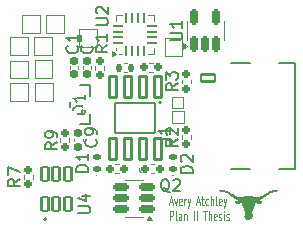
<source format=gto>
%TF.GenerationSoftware,KiCad,Pcbnew,8.0.3*%
%TF.CreationDate,2025-02-27T13:02:28-06:00*%
%TF.ProjectId,HearingAid_Left,48656172-696e-4674-9169-645f4c656674,rev?*%
%TF.SameCoordinates,Original*%
%TF.FileFunction,Legend,Top*%
%TF.FilePolarity,Positive*%
%FSLAX46Y46*%
G04 Gerber Fmt 4.6, Leading zero omitted, Abs format (unit mm)*
G04 Created by KiCad (PCBNEW 8.0.3) date 2025-02-27 13:02:28*
%MOMM*%
%LPD*%
G01*
G04 APERTURE LIST*
G04 Aperture macros list*
%AMRoundRect*
0 Rectangle with rounded corners*
0 $1 Rounding radius*
0 $2 $3 $4 $5 $6 $7 $8 $9 X,Y pos of 4 corners*
0 Add a 4 corners polygon primitive as box body*
4,1,4,$2,$3,$4,$5,$6,$7,$8,$9,$2,$3,0*
0 Add four circle primitives for the rounded corners*
1,1,$1+$1,$2,$3*
1,1,$1+$1,$4,$5*
1,1,$1+$1,$6,$7*
1,1,$1+$1,$8,$9*
0 Add four rect primitives between the rounded corners*
20,1,$1+$1,$2,$3,$4,$5,0*
20,1,$1+$1,$4,$5,$6,$7,0*
20,1,$1+$1,$6,$7,$8,$9,0*
20,1,$1+$1,$8,$9,$2,$3,0*%
G04 Aperture macros list end*
%ADD10C,0.080000*%
%ADD11C,0.150000*%
%ADD12C,0.100000*%
%ADD13C,0.120000*%
%ADD14C,0.200000*%
%ADD15C,0.000000*%
%ADD16C,0.127000*%
%ADD17C,0.152400*%
%ADD18R,1.000000X1.000000*%
%ADD19RoundRect,0.155000X-0.155000X0.212500X-0.155000X-0.212500X0.155000X-0.212500X0.155000X0.212500X0*%
%ADD20RoundRect,0.160000X-0.160000X0.197500X-0.160000X-0.197500X0.160000X-0.197500X0.160000X0.197500X0*%
%ADD21RoundRect,0.160000X0.197500X0.160000X-0.197500X0.160000X-0.197500X-0.160000X0.197500X-0.160000X0*%
%ADD22RoundRect,0.150000X0.512500X0.150000X-0.512500X0.150000X-0.512500X-0.150000X0.512500X-0.150000X0*%
%ADD23RoundRect,0.102000X0.295000X-0.605000X0.295000X0.605000X-0.295000X0.605000X-0.295000X-0.605000X0*%
%ADD24R,0.750000X0.750000*%
%ADD25RoundRect,0.102000X0.300000X0.900000X-0.300000X0.900000X-0.300000X-0.900000X0.300000X-0.900000X0*%
%ADD26RoundRect,0.102000X1.700000X1.250000X-1.700000X1.250000X-1.700000X-1.250000X1.700000X-1.250000X0*%
%ADD27RoundRect,0.160000X-0.197500X-0.160000X0.197500X-0.160000X0.197500X0.160000X-0.197500X0.160000X0*%
%ADD28RoundRect,0.062500X0.062500X-0.350000X0.062500X0.350000X-0.062500X0.350000X-0.062500X-0.350000X0*%
%ADD29RoundRect,0.062500X0.350000X-0.062500X0.350000X0.062500X-0.350000X0.062500X-0.350000X-0.062500X0*%
%ADD30R,1.230000X1.230000*%
%ADD31RoundRect,0.150000X0.150000X-0.512500X0.150000X0.512500X-0.150000X0.512500X-0.150000X-0.512500X0*%
%ADD32RoundRect,0.160000X0.160000X-0.197500X0.160000X0.197500X-0.160000X0.197500X-0.160000X-0.197500X0*%
%ADD33R,1.140000X0.600000*%
%ADD34R,1.140000X0.300000*%
%ADD35RoundRect,0.102000X0.570000X-0.300000X0.570000X0.300000X-0.570000X0.300000X-0.570000X-0.300000X0*%
%ADD36O,2.100000X1.050000*%
%ADD37O,2.004000X1.104000*%
%ADD38RoundRect,0.155000X0.155000X-0.212500X0.155000X0.212500X-0.155000X0.212500X-0.155000X-0.212500X0*%
%ADD39RoundRect,0.147500X0.172500X-0.147500X0.172500X0.147500X-0.172500X0.147500X-0.172500X-0.147500X0*%
%ADD40RoundRect,0.135000X0.135000X0.185000X-0.135000X0.185000X-0.135000X-0.185000X0.135000X-0.185000X0*%
%ADD41R,1.600200X0.863600*%
G04 APERTURE END LIST*
D10*
X104567869Y-43281408D02*
X104805964Y-43281408D01*
X104520250Y-43509980D02*
X104686916Y-42709980D01*
X104686916Y-42709980D02*
X104853583Y-43509980D01*
X104972630Y-42976646D02*
X105091678Y-43509980D01*
X105091678Y-43509980D02*
X105210725Y-42976646D01*
X105591677Y-43471885D02*
X105544058Y-43509980D01*
X105544058Y-43509980D02*
X105448820Y-43509980D01*
X105448820Y-43509980D02*
X105401201Y-43471885D01*
X105401201Y-43471885D02*
X105377392Y-43395694D01*
X105377392Y-43395694D02*
X105377392Y-43090932D01*
X105377392Y-43090932D02*
X105401201Y-43014742D01*
X105401201Y-43014742D02*
X105448820Y-42976646D01*
X105448820Y-42976646D02*
X105544058Y-42976646D01*
X105544058Y-42976646D02*
X105591677Y-43014742D01*
X105591677Y-43014742D02*
X105615487Y-43090932D01*
X105615487Y-43090932D02*
X105615487Y-43167123D01*
X105615487Y-43167123D02*
X105377392Y-43243313D01*
X105829772Y-43509980D02*
X105829772Y-42976646D01*
X105829772Y-43129027D02*
X105853582Y-43052837D01*
X105853582Y-43052837D02*
X105877391Y-43014742D01*
X105877391Y-43014742D02*
X105925010Y-42976646D01*
X105925010Y-42976646D02*
X105972629Y-42976646D01*
X106091677Y-42976646D02*
X106210725Y-43509980D01*
X106329772Y-42976646D02*
X106210725Y-43509980D01*
X106210725Y-43509980D02*
X106163106Y-43700456D01*
X106163106Y-43700456D02*
X106139296Y-43738551D01*
X106139296Y-43738551D02*
X106091677Y-43776646D01*
X106877391Y-43281408D02*
X107115486Y-43281408D01*
X106829772Y-43509980D02*
X106996438Y-42709980D01*
X106996438Y-42709980D02*
X107163105Y-43509980D01*
X107258343Y-42976646D02*
X107448819Y-42976646D01*
X107329771Y-42709980D02*
X107329771Y-43395694D01*
X107329771Y-43395694D02*
X107353581Y-43471885D01*
X107353581Y-43471885D02*
X107401200Y-43509980D01*
X107401200Y-43509980D02*
X107448819Y-43509980D01*
X107829771Y-43471885D02*
X107782152Y-43509980D01*
X107782152Y-43509980D02*
X107686914Y-43509980D01*
X107686914Y-43509980D02*
X107639295Y-43471885D01*
X107639295Y-43471885D02*
X107615485Y-43433789D01*
X107615485Y-43433789D02*
X107591676Y-43357599D01*
X107591676Y-43357599D02*
X107591676Y-43129027D01*
X107591676Y-43129027D02*
X107615485Y-43052837D01*
X107615485Y-43052837D02*
X107639295Y-43014742D01*
X107639295Y-43014742D02*
X107686914Y-42976646D01*
X107686914Y-42976646D02*
X107782152Y-42976646D01*
X107782152Y-42976646D02*
X107829771Y-43014742D01*
X108044056Y-43509980D02*
X108044056Y-42709980D01*
X108258342Y-43509980D02*
X108258342Y-43090932D01*
X108258342Y-43090932D02*
X108234532Y-43014742D01*
X108234532Y-43014742D02*
X108186913Y-42976646D01*
X108186913Y-42976646D02*
X108115485Y-42976646D01*
X108115485Y-42976646D02*
X108067866Y-43014742D01*
X108067866Y-43014742D02*
X108044056Y-43052837D01*
X108567866Y-43509980D02*
X108520247Y-43471885D01*
X108520247Y-43471885D02*
X108496437Y-43395694D01*
X108496437Y-43395694D02*
X108496437Y-42709980D01*
X108948818Y-43471885D02*
X108901199Y-43509980D01*
X108901199Y-43509980D02*
X108805961Y-43509980D01*
X108805961Y-43509980D02*
X108758342Y-43471885D01*
X108758342Y-43471885D02*
X108734533Y-43395694D01*
X108734533Y-43395694D02*
X108734533Y-43090932D01*
X108734533Y-43090932D02*
X108758342Y-43014742D01*
X108758342Y-43014742D02*
X108805961Y-42976646D01*
X108805961Y-42976646D02*
X108901199Y-42976646D01*
X108901199Y-42976646D02*
X108948818Y-43014742D01*
X108948818Y-43014742D02*
X108972628Y-43090932D01*
X108972628Y-43090932D02*
X108972628Y-43167123D01*
X108972628Y-43167123D02*
X108734533Y-43243313D01*
X109139294Y-42976646D02*
X109258342Y-43509980D01*
X109377389Y-42976646D02*
X109258342Y-43509980D01*
X109258342Y-43509980D02*
X109210723Y-43700456D01*
X109210723Y-43700456D02*
X109186913Y-43738551D01*
X109186913Y-43738551D02*
X109139294Y-43776646D01*
X104591678Y-44797935D02*
X104591678Y-43997935D01*
X104591678Y-43997935D02*
X104782154Y-43997935D01*
X104782154Y-43997935D02*
X104829773Y-44036030D01*
X104829773Y-44036030D02*
X104853583Y-44074125D01*
X104853583Y-44074125D02*
X104877392Y-44150316D01*
X104877392Y-44150316D02*
X104877392Y-44264601D01*
X104877392Y-44264601D02*
X104853583Y-44340792D01*
X104853583Y-44340792D02*
X104829773Y-44378887D01*
X104829773Y-44378887D02*
X104782154Y-44416982D01*
X104782154Y-44416982D02*
X104591678Y-44416982D01*
X105163107Y-44797935D02*
X105115488Y-44759840D01*
X105115488Y-44759840D02*
X105091678Y-44683649D01*
X105091678Y-44683649D02*
X105091678Y-43997935D01*
X105567869Y-44797935D02*
X105567869Y-44378887D01*
X105567869Y-44378887D02*
X105544059Y-44302697D01*
X105544059Y-44302697D02*
X105496440Y-44264601D01*
X105496440Y-44264601D02*
X105401202Y-44264601D01*
X105401202Y-44264601D02*
X105353583Y-44302697D01*
X105567869Y-44759840D02*
X105520250Y-44797935D01*
X105520250Y-44797935D02*
X105401202Y-44797935D01*
X105401202Y-44797935D02*
X105353583Y-44759840D01*
X105353583Y-44759840D02*
X105329774Y-44683649D01*
X105329774Y-44683649D02*
X105329774Y-44607459D01*
X105329774Y-44607459D02*
X105353583Y-44531268D01*
X105353583Y-44531268D02*
X105401202Y-44493173D01*
X105401202Y-44493173D02*
X105520250Y-44493173D01*
X105520250Y-44493173D02*
X105567869Y-44455078D01*
X105805964Y-44264601D02*
X105805964Y-44797935D01*
X105805964Y-44340792D02*
X105829774Y-44302697D01*
X105829774Y-44302697D02*
X105877393Y-44264601D01*
X105877393Y-44264601D02*
X105948821Y-44264601D01*
X105948821Y-44264601D02*
X105996440Y-44302697D01*
X105996440Y-44302697D02*
X106020250Y-44378887D01*
X106020250Y-44378887D02*
X106020250Y-44797935D01*
X106639297Y-44797935D02*
X106639297Y-43997935D01*
X106877392Y-44797935D02*
X106877392Y-43997935D01*
X107425011Y-43997935D02*
X107710725Y-43997935D01*
X107567868Y-44797935D02*
X107567868Y-43997935D01*
X107877391Y-44797935D02*
X107877391Y-43997935D01*
X108091677Y-44797935D02*
X108091677Y-44378887D01*
X108091677Y-44378887D02*
X108067867Y-44302697D01*
X108067867Y-44302697D02*
X108020248Y-44264601D01*
X108020248Y-44264601D02*
X107948820Y-44264601D01*
X107948820Y-44264601D02*
X107901201Y-44302697D01*
X107901201Y-44302697D02*
X107877391Y-44340792D01*
X108520248Y-44759840D02*
X108472629Y-44797935D01*
X108472629Y-44797935D02*
X108377391Y-44797935D01*
X108377391Y-44797935D02*
X108329772Y-44759840D01*
X108329772Y-44759840D02*
X108305963Y-44683649D01*
X108305963Y-44683649D02*
X108305963Y-44378887D01*
X108305963Y-44378887D02*
X108329772Y-44302697D01*
X108329772Y-44302697D02*
X108377391Y-44264601D01*
X108377391Y-44264601D02*
X108472629Y-44264601D01*
X108472629Y-44264601D02*
X108520248Y-44302697D01*
X108520248Y-44302697D02*
X108544058Y-44378887D01*
X108544058Y-44378887D02*
X108544058Y-44455078D01*
X108544058Y-44455078D02*
X108305963Y-44531268D01*
X108734534Y-44759840D02*
X108782153Y-44797935D01*
X108782153Y-44797935D02*
X108877391Y-44797935D01*
X108877391Y-44797935D02*
X108925010Y-44759840D01*
X108925010Y-44759840D02*
X108948819Y-44683649D01*
X108948819Y-44683649D02*
X108948819Y-44645554D01*
X108948819Y-44645554D02*
X108925010Y-44569363D01*
X108925010Y-44569363D02*
X108877391Y-44531268D01*
X108877391Y-44531268D02*
X108805962Y-44531268D01*
X108805962Y-44531268D02*
X108758343Y-44493173D01*
X108758343Y-44493173D02*
X108734534Y-44416982D01*
X108734534Y-44416982D02*
X108734534Y-44378887D01*
X108734534Y-44378887D02*
X108758343Y-44302697D01*
X108758343Y-44302697D02*
X108805962Y-44264601D01*
X108805962Y-44264601D02*
X108877391Y-44264601D01*
X108877391Y-44264601D02*
X108925010Y-44302697D01*
X109163105Y-44797935D02*
X109163105Y-44264601D01*
X109163105Y-43997935D02*
X109139296Y-44036030D01*
X109139296Y-44036030D02*
X109163105Y-44074125D01*
X109163105Y-44074125D02*
X109186915Y-44036030D01*
X109186915Y-44036030D02*
X109163105Y-43997935D01*
X109163105Y-43997935D02*
X109163105Y-44074125D01*
X109377391Y-44759840D02*
X109425010Y-44797935D01*
X109425010Y-44797935D02*
X109520248Y-44797935D01*
X109520248Y-44797935D02*
X109567867Y-44759840D01*
X109567867Y-44759840D02*
X109591676Y-44683649D01*
X109591676Y-44683649D02*
X109591676Y-44645554D01*
X109591676Y-44645554D02*
X109567867Y-44569363D01*
X109567867Y-44569363D02*
X109520248Y-44531268D01*
X109520248Y-44531268D02*
X109448819Y-44531268D01*
X109448819Y-44531268D02*
X109401200Y-44493173D01*
X109401200Y-44493173D02*
X109377391Y-44416982D01*
X109377391Y-44416982D02*
X109377391Y-44378887D01*
X109377391Y-44378887D02*
X109401200Y-44302697D01*
X109401200Y-44302697D02*
X109448819Y-44264601D01*
X109448819Y-44264601D02*
X109520248Y-44264601D01*
X109520248Y-44264601D02*
X109567867Y-44302697D01*
D11*
X98329580Y-37954166D02*
X98377200Y-38001785D01*
X98377200Y-38001785D02*
X98424819Y-38144642D01*
X98424819Y-38144642D02*
X98424819Y-38239880D01*
X98424819Y-38239880D02*
X98377200Y-38382737D01*
X98377200Y-38382737D02*
X98281961Y-38477975D01*
X98281961Y-38477975D02*
X98186723Y-38525594D01*
X98186723Y-38525594D02*
X97996247Y-38573213D01*
X97996247Y-38573213D02*
X97853390Y-38573213D01*
X97853390Y-38573213D02*
X97662914Y-38525594D01*
X97662914Y-38525594D02*
X97567676Y-38477975D01*
X97567676Y-38477975D02*
X97472438Y-38382737D01*
X97472438Y-38382737D02*
X97424819Y-38239880D01*
X97424819Y-38239880D02*
X97424819Y-38144642D01*
X97424819Y-38144642D02*
X97472438Y-38001785D01*
X97472438Y-38001785D02*
X97520057Y-37954166D01*
X98424819Y-37477975D02*
X98424819Y-37287499D01*
X98424819Y-37287499D02*
X98377200Y-37192261D01*
X98377200Y-37192261D02*
X98329580Y-37144642D01*
X98329580Y-37144642D02*
X98186723Y-37049404D01*
X98186723Y-37049404D02*
X97996247Y-37001785D01*
X97996247Y-37001785D02*
X97615295Y-37001785D01*
X97615295Y-37001785D02*
X97520057Y-37049404D01*
X97520057Y-37049404D02*
X97472438Y-37097023D01*
X97472438Y-37097023D02*
X97424819Y-37192261D01*
X97424819Y-37192261D02*
X97424819Y-37382737D01*
X97424819Y-37382737D02*
X97472438Y-37477975D01*
X97472438Y-37477975D02*
X97520057Y-37525594D01*
X97520057Y-37525594D02*
X97615295Y-37573213D01*
X97615295Y-37573213D02*
X97853390Y-37573213D01*
X97853390Y-37573213D02*
X97948628Y-37525594D01*
X97948628Y-37525594D02*
X97996247Y-37477975D01*
X97996247Y-37477975D02*
X98043866Y-37382737D01*
X98043866Y-37382737D02*
X98043866Y-37192261D01*
X98043866Y-37192261D02*
X97996247Y-37097023D01*
X97996247Y-37097023D02*
X97948628Y-37049404D01*
X97948628Y-37049404D02*
X97853390Y-37001785D01*
X95044819Y-38211666D02*
X94568628Y-38544999D01*
X95044819Y-38783094D02*
X94044819Y-38783094D01*
X94044819Y-38783094D02*
X94044819Y-38402142D01*
X94044819Y-38402142D02*
X94092438Y-38306904D01*
X94092438Y-38306904D02*
X94140057Y-38259285D01*
X94140057Y-38259285D02*
X94235295Y-38211666D01*
X94235295Y-38211666D02*
X94378152Y-38211666D01*
X94378152Y-38211666D02*
X94473390Y-38259285D01*
X94473390Y-38259285D02*
X94521009Y-38306904D01*
X94521009Y-38306904D02*
X94568628Y-38402142D01*
X94568628Y-38402142D02*
X94568628Y-38783094D01*
X95044819Y-37735475D02*
X95044819Y-37544999D01*
X95044819Y-37544999D02*
X94997200Y-37449761D01*
X94997200Y-37449761D02*
X94949580Y-37402142D01*
X94949580Y-37402142D02*
X94806723Y-37306904D01*
X94806723Y-37306904D02*
X94616247Y-37259285D01*
X94616247Y-37259285D02*
X94235295Y-37259285D01*
X94235295Y-37259285D02*
X94140057Y-37306904D01*
X94140057Y-37306904D02*
X94092438Y-37354523D01*
X94092438Y-37354523D02*
X94044819Y-37449761D01*
X94044819Y-37449761D02*
X94044819Y-37640237D01*
X94044819Y-37640237D02*
X94092438Y-37735475D01*
X94092438Y-37735475D02*
X94140057Y-37783094D01*
X94140057Y-37783094D02*
X94235295Y-37830713D01*
X94235295Y-37830713D02*
X94473390Y-37830713D01*
X94473390Y-37830713D02*
X94568628Y-37783094D01*
X94568628Y-37783094D02*
X94616247Y-37735475D01*
X94616247Y-37735475D02*
X94663866Y-37640237D01*
X94663866Y-37640237D02*
X94663866Y-37449761D01*
X94663866Y-37449761D02*
X94616247Y-37354523D01*
X94616247Y-37354523D02*
X94568628Y-37306904D01*
X94568628Y-37306904D02*
X94473390Y-37259285D01*
X104564761Y-42410057D02*
X104469523Y-42362438D01*
X104469523Y-42362438D02*
X104374285Y-42267200D01*
X104374285Y-42267200D02*
X104231428Y-42124342D01*
X104231428Y-42124342D02*
X104136190Y-42076723D01*
X104136190Y-42076723D02*
X104040952Y-42076723D01*
X104088571Y-42314819D02*
X103993333Y-42267200D01*
X103993333Y-42267200D02*
X103898095Y-42171961D01*
X103898095Y-42171961D02*
X103850476Y-41981485D01*
X103850476Y-41981485D02*
X103850476Y-41648152D01*
X103850476Y-41648152D02*
X103898095Y-41457676D01*
X103898095Y-41457676D02*
X103993333Y-41362438D01*
X103993333Y-41362438D02*
X104088571Y-41314819D01*
X104088571Y-41314819D02*
X104279047Y-41314819D01*
X104279047Y-41314819D02*
X104374285Y-41362438D01*
X104374285Y-41362438D02*
X104469523Y-41457676D01*
X104469523Y-41457676D02*
X104517142Y-41648152D01*
X104517142Y-41648152D02*
X104517142Y-41981485D01*
X104517142Y-41981485D02*
X104469523Y-42171961D01*
X104469523Y-42171961D02*
X104374285Y-42267200D01*
X104374285Y-42267200D02*
X104279047Y-42314819D01*
X104279047Y-42314819D02*
X104088571Y-42314819D01*
X104898095Y-41410057D02*
X104945714Y-41362438D01*
X104945714Y-41362438D02*
X105040952Y-41314819D01*
X105040952Y-41314819D02*
X105279047Y-41314819D01*
X105279047Y-41314819D02*
X105374285Y-41362438D01*
X105374285Y-41362438D02*
X105421904Y-41410057D01*
X105421904Y-41410057D02*
X105469523Y-41505295D01*
X105469523Y-41505295D02*
X105469523Y-41600533D01*
X105469523Y-41600533D02*
X105421904Y-41743390D01*
X105421904Y-41743390D02*
X104850476Y-42314819D01*
X104850476Y-42314819D02*
X105469523Y-42314819D01*
X96844819Y-44181904D02*
X97654342Y-44181904D01*
X97654342Y-44181904D02*
X97749580Y-44134285D01*
X97749580Y-44134285D02*
X97797200Y-44086666D01*
X97797200Y-44086666D02*
X97844819Y-43991428D01*
X97844819Y-43991428D02*
X97844819Y-43800952D01*
X97844819Y-43800952D02*
X97797200Y-43705714D01*
X97797200Y-43705714D02*
X97749580Y-43658095D01*
X97749580Y-43658095D02*
X97654342Y-43610476D01*
X97654342Y-43610476D02*
X96844819Y-43610476D01*
X97178152Y-42705714D02*
X97844819Y-42705714D01*
X96797200Y-42943809D02*
X97511485Y-43181904D01*
X97511485Y-43181904D02*
X97511485Y-42562857D01*
D10*
X101995190Y-40363278D02*
X101995190Y-40622325D01*
X101995190Y-40622325D02*
X102010428Y-40652801D01*
X102010428Y-40652801D02*
X102025666Y-40668040D01*
X102025666Y-40668040D02*
X102056142Y-40683278D01*
X102056142Y-40683278D02*
X102117095Y-40683278D01*
X102117095Y-40683278D02*
X102147571Y-40668040D01*
X102147571Y-40668040D02*
X102162809Y-40652801D01*
X102162809Y-40652801D02*
X102178047Y-40622325D01*
X102178047Y-40622325D02*
X102178047Y-40363278D01*
X102299952Y-40363278D02*
X102498047Y-40363278D01*
X102498047Y-40363278D02*
X102391380Y-40485182D01*
X102391380Y-40485182D02*
X102437095Y-40485182D01*
X102437095Y-40485182D02*
X102467571Y-40500420D01*
X102467571Y-40500420D02*
X102482809Y-40515659D01*
X102482809Y-40515659D02*
X102498047Y-40546135D01*
X102498047Y-40546135D02*
X102498047Y-40622325D01*
X102498047Y-40622325D02*
X102482809Y-40652801D01*
X102482809Y-40652801D02*
X102467571Y-40668040D01*
X102467571Y-40668040D02*
X102437095Y-40683278D01*
X102437095Y-40683278D02*
X102345666Y-40683278D01*
X102345666Y-40683278D02*
X102315190Y-40668040D01*
X102315190Y-40668040D02*
X102299952Y-40652801D01*
D11*
X98332319Y-28273204D02*
X99141842Y-28273204D01*
X99141842Y-28273204D02*
X99237080Y-28225585D01*
X99237080Y-28225585D02*
X99284700Y-28177966D01*
X99284700Y-28177966D02*
X99332319Y-28082728D01*
X99332319Y-28082728D02*
X99332319Y-27892252D01*
X99332319Y-27892252D02*
X99284700Y-27797014D01*
X99284700Y-27797014D02*
X99237080Y-27749395D01*
X99237080Y-27749395D02*
X99141842Y-27701776D01*
X99141842Y-27701776D02*
X98332319Y-27701776D01*
X98427557Y-27273204D02*
X98379938Y-27225585D01*
X98379938Y-27225585D02*
X98332319Y-27130347D01*
X98332319Y-27130347D02*
X98332319Y-26892252D01*
X98332319Y-26892252D02*
X98379938Y-26797014D01*
X98379938Y-26797014D02*
X98427557Y-26749395D01*
X98427557Y-26749395D02*
X98522795Y-26701776D01*
X98522795Y-26701776D02*
X98618033Y-26701776D01*
X98618033Y-26701776D02*
X98760890Y-26749395D01*
X98760890Y-26749395D02*
X99332319Y-27320823D01*
X99332319Y-27320823D02*
X99332319Y-26701776D01*
X104634819Y-29494404D02*
X105444342Y-29494404D01*
X105444342Y-29494404D02*
X105539580Y-29446785D01*
X105539580Y-29446785D02*
X105587200Y-29399166D01*
X105587200Y-29399166D02*
X105634819Y-29303928D01*
X105634819Y-29303928D02*
X105634819Y-29113452D01*
X105634819Y-29113452D02*
X105587200Y-29018214D01*
X105587200Y-29018214D02*
X105539580Y-28970595D01*
X105539580Y-28970595D02*
X105444342Y-28922976D01*
X105444342Y-28922976D02*
X104634819Y-28922976D01*
X105634819Y-27922976D02*
X105634819Y-28494404D01*
X105634819Y-28208690D02*
X104634819Y-28208690D01*
X104634819Y-28208690D02*
X104777676Y-28303928D01*
X104777676Y-28303928D02*
X104872914Y-28399166D01*
X104872914Y-28399166D02*
X104920533Y-28494404D01*
X105244819Y-33216666D02*
X104768628Y-33549999D01*
X105244819Y-33788094D02*
X104244819Y-33788094D01*
X104244819Y-33788094D02*
X104244819Y-33407142D01*
X104244819Y-33407142D02*
X104292438Y-33311904D01*
X104292438Y-33311904D02*
X104340057Y-33264285D01*
X104340057Y-33264285D02*
X104435295Y-33216666D01*
X104435295Y-33216666D02*
X104578152Y-33216666D01*
X104578152Y-33216666D02*
X104673390Y-33264285D01*
X104673390Y-33264285D02*
X104721009Y-33311904D01*
X104721009Y-33311904D02*
X104768628Y-33407142D01*
X104768628Y-33407142D02*
X104768628Y-33788094D01*
X104244819Y-32883332D02*
X104244819Y-32264285D01*
X104244819Y-32264285D02*
X104625771Y-32597618D01*
X104625771Y-32597618D02*
X104625771Y-32454761D01*
X104625771Y-32454761D02*
X104673390Y-32359523D01*
X104673390Y-32359523D02*
X104721009Y-32311904D01*
X104721009Y-32311904D02*
X104816247Y-32264285D01*
X104816247Y-32264285D02*
X105054342Y-32264285D01*
X105054342Y-32264285D02*
X105149580Y-32311904D01*
X105149580Y-32311904D02*
X105197200Y-32359523D01*
X105197200Y-32359523D02*
X105244819Y-32454761D01*
X105244819Y-32454761D02*
X105244819Y-32740475D01*
X105244819Y-32740475D02*
X105197200Y-32835713D01*
X105197200Y-32835713D02*
X105149580Y-32883332D01*
X99294819Y-29986666D02*
X98818628Y-30319999D01*
X99294819Y-30558094D02*
X98294819Y-30558094D01*
X98294819Y-30558094D02*
X98294819Y-30177142D01*
X98294819Y-30177142D02*
X98342438Y-30081904D01*
X98342438Y-30081904D02*
X98390057Y-30034285D01*
X98390057Y-30034285D02*
X98485295Y-29986666D01*
X98485295Y-29986666D02*
X98628152Y-29986666D01*
X98628152Y-29986666D02*
X98723390Y-30034285D01*
X98723390Y-30034285D02*
X98771009Y-30081904D01*
X98771009Y-30081904D02*
X98818628Y-30177142D01*
X98818628Y-30177142D02*
X98818628Y-30558094D01*
X99294819Y-29034285D02*
X99294819Y-29605713D01*
X99294819Y-29319999D02*
X98294819Y-29319999D01*
X98294819Y-29319999D02*
X98437676Y-29415237D01*
X98437676Y-29415237D02*
X98532914Y-29510475D01*
X98532914Y-29510475D02*
X98580533Y-29605713D01*
X103619819Y-37933333D02*
X104334104Y-37933333D01*
X104334104Y-37933333D02*
X104476961Y-37980952D01*
X104476961Y-37980952D02*
X104572200Y-38076190D01*
X104572200Y-38076190D02*
X104619819Y-38219047D01*
X104619819Y-38219047D02*
X104619819Y-38314285D01*
X104619819Y-36933333D02*
X104619819Y-37504761D01*
X104619819Y-37219047D02*
X103619819Y-37219047D01*
X103619819Y-37219047D02*
X103762676Y-37314285D01*
X103762676Y-37314285D02*
X103857914Y-37409523D01*
X103857914Y-37409523D02*
X103905533Y-37504761D01*
X96739580Y-30036666D02*
X96787200Y-30084285D01*
X96787200Y-30084285D02*
X96834819Y-30227142D01*
X96834819Y-30227142D02*
X96834819Y-30322380D01*
X96834819Y-30322380D02*
X96787200Y-30465237D01*
X96787200Y-30465237D02*
X96691961Y-30560475D01*
X96691961Y-30560475D02*
X96596723Y-30608094D01*
X96596723Y-30608094D02*
X96406247Y-30655713D01*
X96406247Y-30655713D02*
X96263390Y-30655713D01*
X96263390Y-30655713D02*
X96072914Y-30608094D01*
X96072914Y-30608094D02*
X95977676Y-30560475D01*
X95977676Y-30560475D02*
X95882438Y-30465237D01*
X95882438Y-30465237D02*
X95834819Y-30322380D01*
X95834819Y-30322380D02*
X95834819Y-30227142D01*
X95834819Y-30227142D02*
X95882438Y-30084285D01*
X95882438Y-30084285D02*
X95930057Y-30036666D01*
X96834819Y-29084285D02*
X96834819Y-29655713D01*
X96834819Y-29369999D02*
X95834819Y-29369999D01*
X95834819Y-29369999D02*
X95977676Y-29465237D01*
X95977676Y-29465237D02*
X96072914Y-29560475D01*
X96072914Y-29560475D02*
X96120533Y-29655713D01*
X97959580Y-30036666D02*
X98007200Y-30084285D01*
X98007200Y-30084285D02*
X98054819Y-30227142D01*
X98054819Y-30227142D02*
X98054819Y-30322380D01*
X98054819Y-30322380D02*
X98007200Y-30465237D01*
X98007200Y-30465237D02*
X97911961Y-30560475D01*
X97911961Y-30560475D02*
X97816723Y-30608094D01*
X97816723Y-30608094D02*
X97626247Y-30655713D01*
X97626247Y-30655713D02*
X97483390Y-30655713D01*
X97483390Y-30655713D02*
X97292914Y-30608094D01*
X97292914Y-30608094D02*
X97197676Y-30560475D01*
X97197676Y-30560475D02*
X97102438Y-30465237D01*
X97102438Y-30465237D02*
X97054819Y-30322380D01*
X97054819Y-30322380D02*
X97054819Y-30227142D01*
X97054819Y-30227142D02*
X97102438Y-30084285D01*
X97102438Y-30084285D02*
X97150057Y-30036666D01*
X97150057Y-29655713D02*
X97102438Y-29608094D01*
X97102438Y-29608094D02*
X97054819Y-29512856D01*
X97054819Y-29512856D02*
X97054819Y-29274761D01*
X97054819Y-29274761D02*
X97102438Y-29179523D01*
X97102438Y-29179523D02*
X97150057Y-29131904D01*
X97150057Y-29131904D02*
X97245295Y-29084285D01*
X97245295Y-29084285D02*
X97340533Y-29084285D01*
X97340533Y-29084285D02*
X97483390Y-29131904D01*
X97483390Y-29131904D02*
X98054819Y-29703332D01*
X98054819Y-29703332D02*
X98054819Y-29084285D01*
X97664819Y-40673094D02*
X96664819Y-40673094D01*
X96664819Y-40673094D02*
X96664819Y-40434999D01*
X96664819Y-40434999D02*
X96712438Y-40292142D01*
X96712438Y-40292142D02*
X96807676Y-40196904D01*
X96807676Y-40196904D02*
X96902914Y-40149285D01*
X96902914Y-40149285D02*
X97093390Y-40101666D01*
X97093390Y-40101666D02*
X97236247Y-40101666D01*
X97236247Y-40101666D02*
X97426723Y-40149285D01*
X97426723Y-40149285D02*
X97521961Y-40196904D01*
X97521961Y-40196904D02*
X97617200Y-40292142D01*
X97617200Y-40292142D02*
X97664819Y-40434999D01*
X97664819Y-40434999D02*
X97664819Y-40673094D01*
X97664819Y-39149285D02*
X97664819Y-39720713D01*
X97664819Y-39434999D02*
X96664819Y-39434999D01*
X96664819Y-39434999D02*
X96807676Y-39530237D01*
X96807676Y-39530237D02*
X96902914Y-39625475D01*
X96902914Y-39625475D02*
X96950533Y-39720713D01*
X105274819Y-37936666D02*
X104798628Y-38269999D01*
X105274819Y-38508094D02*
X104274819Y-38508094D01*
X104274819Y-38508094D02*
X104274819Y-38127142D01*
X104274819Y-38127142D02*
X104322438Y-38031904D01*
X104322438Y-38031904D02*
X104370057Y-37984285D01*
X104370057Y-37984285D02*
X104465295Y-37936666D01*
X104465295Y-37936666D02*
X104608152Y-37936666D01*
X104608152Y-37936666D02*
X104703390Y-37984285D01*
X104703390Y-37984285D02*
X104751009Y-38031904D01*
X104751009Y-38031904D02*
X104798628Y-38127142D01*
X104798628Y-38127142D02*
X104798628Y-38508094D01*
X104370057Y-37555713D02*
X104322438Y-37508094D01*
X104322438Y-37508094D02*
X104274819Y-37412856D01*
X104274819Y-37412856D02*
X104274819Y-37174761D01*
X104274819Y-37174761D02*
X104322438Y-37079523D01*
X104322438Y-37079523D02*
X104370057Y-37031904D01*
X104370057Y-37031904D02*
X104465295Y-36984285D01*
X104465295Y-36984285D02*
X104560533Y-36984285D01*
X104560533Y-36984285D02*
X104703390Y-37031904D01*
X104703390Y-37031904D02*
X105274819Y-37603332D01*
X105274819Y-37603332D02*
X105274819Y-36984285D01*
X106514819Y-40788094D02*
X105514819Y-40788094D01*
X105514819Y-40788094D02*
X105514819Y-40549999D01*
X105514819Y-40549999D02*
X105562438Y-40407142D01*
X105562438Y-40407142D02*
X105657676Y-40311904D01*
X105657676Y-40311904D02*
X105752914Y-40264285D01*
X105752914Y-40264285D02*
X105943390Y-40216666D01*
X105943390Y-40216666D02*
X106086247Y-40216666D01*
X106086247Y-40216666D02*
X106276723Y-40264285D01*
X106276723Y-40264285D02*
X106371961Y-40311904D01*
X106371961Y-40311904D02*
X106467200Y-40407142D01*
X106467200Y-40407142D02*
X106514819Y-40549999D01*
X106514819Y-40549999D02*
X106514819Y-40788094D01*
X105610057Y-39835713D02*
X105562438Y-39788094D01*
X105562438Y-39788094D02*
X105514819Y-39692856D01*
X105514819Y-39692856D02*
X105514819Y-39454761D01*
X105514819Y-39454761D02*
X105562438Y-39359523D01*
X105562438Y-39359523D02*
X105610057Y-39311904D01*
X105610057Y-39311904D02*
X105705295Y-39264285D01*
X105705295Y-39264285D02*
X105800533Y-39264285D01*
X105800533Y-39264285D02*
X105943390Y-39311904D01*
X105943390Y-39311904D02*
X106514819Y-39883332D01*
X106514819Y-39883332D02*
X106514819Y-39264285D01*
X97525557Y-35095238D02*
X97477938Y-35190476D01*
X97477938Y-35190476D02*
X97382700Y-35285714D01*
X97382700Y-35285714D02*
X97239842Y-35428571D01*
X97239842Y-35428571D02*
X97192223Y-35523809D01*
X97192223Y-35523809D02*
X97192223Y-35619047D01*
X97430319Y-35571428D02*
X97382700Y-35666666D01*
X97382700Y-35666666D02*
X97287461Y-35761904D01*
X97287461Y-35761904D02*
X97096985Y-35809523D01*
X97096985Y-35809523D02*
X96763652Y-35809523D01*
X96763652Y-35809523D02*
X96573176Y-35761904D01*
X96573176Y-35761904D02*
X96477938Y-35666666D01*
X96477938Y-35666666D02*
X96430319Y-35571428D01*
X96430319Y-35571428D02*
X96430319Y-35380952D01*
X96430319Y-35380952D02*
X96477938Y-35285714D01*
X96477938Y-35285714D02*
X96573176Y-35190476D01*
X96573176Y-35190476D02*
X96763652Y-35142857D01*
X96763652Y-35142857D02*
X97096985Y-35142857D01*
X97096985Y-35142857D02*
X97287461Y-35190476D01*
X97287461Y-35190476D02*
X97382700Y-35285714D01*
X97382700Y-35285714D02*
X97430319Y-35380952D01*
X97430319Y-35380952D02*
X97430319Y-35571428D01*
X97430319Y-34190476D02*
X97430319Y-34761904D01*
X97430319Y-34476190D02*
X96430319Y-34476190D01*
X96430319Y-34476190D02*
X96573176Y-34571428D01*
X96573176Y-34571428D02*
X96668414Y-34666666D01*
X96668414Y-34666666D02*
X96716033Y-34761904D01*
X91894819Y-41319166D02*
X91418628Y-41652499D01*
X91894819Y-41890594D02*
X90894819Y-41890594D01*
X90894819Y-41890594D02*
X90894819Y-41509642D01*
X90894819Y-41509642D02*
X90942438Y-41414404D01*
X90942438Y-41414404D02*
X90990057Y-41366785D01*
X90990057Y-41366785D02*
X91085295Y-41319166D01*
X91085295Y-41319166D02*
X91228152Y-41319166D01*
X91228152Y-41319166D02*
X91323390Y-41366785D01*
X91323390Y-41366785D02*
X91371009Y-41414404D01*
X91371009Y-41414404D02*
X91418628Y-41509642D01*
X91418628Y-41509642D02*
X91418628Y-41890594D01*
X90894819Y-40985832D02*
X90894819Y-40319166D01*
X90894819Y-40319166D02*
X91894819Y-40747737D01*
%TO.C,TP30*%
D12*
X104150000Y-29370000D02*
X105650000Y-29370000D01*
X105650000Y-30870000D01*
X104150000Y-30870000D01*
X104150000Y-29370000D01*
D13*
%TO.C,C9*%
X96490000Y-37894165D02*
X96490000Y-38125835D01*
X97210000Y-37894165D02*
X97210000Y-38125835D01*
%TO.C,TP11*%
D12*
X93100000Y-29290000D02*
X94600000Y-29290000D01*
X94600000Y-30790000D01*
X93100000Y-30790000D01*
X93100000Y-29290000D01*
D13*
%TO.C,R9*%
X95320000Y-37829879D02*
X95320000Y-38165121D01*
X96080000Y-37829879D02*
X96080000Y-38165121D01*
%TO.C,TP10*%
D12*
X94100000Y-27430000D02*
X95600000Y-27430000D01*
X95600000Y-28930000D01*
X94100000Y-28930000D01*
X94100000Y-27430000D01*
%TO.C,TP1*%
X91070000Y-29290000D02*
X92570000Y-29290000D01*
X92570000Y-30790000D01*
X91070000Y-30790000D01*
X91070000Y-29290000D01*
D13*
%TO.C,R6*%
X103160121Y-31480000D02*
X102824879Y-31480000D01*
X103160121Y-32240000D02*
X102824879Y-32240000D01*
%TO.C,TP25*%
D12*
X96920000Y-28610000D02*
X98420000Y-28610000D01*
X98420000Y-30110000D01*
X96920000Y-30110000D01*
X96920000Y-28610000D01*
%TO.C,TP2*%
X92110000Y-27430000D02*
X93610000Y-27430000D01*
X93610000Y-28930000D01*
X92110000Y-28930000D01*
X92110000Y-27430000D01*
D13*
%TO.C,Q2*%
X101557500Y-41360000D02*
X100757500Y-41360000D01*
X101557500Y-41360000D02*
X102357500Y-41360000D01*
X101557500Y-44480000D02*
X100757500Y-44480000D01*
X101557500Y-44480000D02*
X102357500Y-44480000D01*
X103097500Y-44760000D02*
X102617500Y-44760000D01*
X102857500Y-44430000D01*
X103097500Y-44760000D01*
G36*
X103097500Y-44760000D02*
G01*
X102617500Y-44760000D01*
X102857500Y-44430000D01*
X103097500Y-44760000D01*
G37*
D14*
%TO.C,U4*%
X94130000Y-44710000D02*
G75*
G02*
X93930000Y-44710000I-100000J0D01*
G01*
X93930000Y-44710000D02*
G75*
G02*
X94130000Y-44710000I100000J0D01*
G01*
D15*
%TO.C,G\u002A\u002A\u002A*%
G36*
X112636822Y-43260530D02*
G01*
X112628909Y-43268442D01*
X112620997Y-43260530D01*
X112628909Y-43252617D01*
X112636822Y-43260530D01*
G37*
G36*
X112684299Y-43228879D02*
G01*
X112676386Y-43236791D01*
X112668473Y-43228879D01*
X112676386Y-43220966D01*
X112684299Y-43228879D01*
G37*
G36*
X112684299Y-43260530D02*
G01*
X112676386Y-43268442D01*
X112668473Y-43260530D01*
X112676386Y-43252617D01*
X112684299Y-43260530D01*
G37*
G36*
X112715950Y-43244704D02*
G01*
X112708037Y-43252617D01*
X112700124Y-43244704D01*
X112708037Y-43236791D01*
X112715950Y-43244704D01*
G37*
G36*
X112584331Y-43186347D02*
G01*
X112586217Y-43211081D01*
X112583081Y-43216680D01*
X112575888Y-43211960D01*
X112574769Y-43195909D01*
X112578634Y-43179022D01*
X112584331Y-43186347D01*
G37*
G36*
X112663198Y-43115462D02*
G01*
X112661026Y-43124870D01*
X112652648Y-43126013D01*
X112639621Y-43120222D01*
X112642097Y-43115462D01*
X112660878Y-43113568D01*
X112663198Y-43115462D01*
G37*
G36*
X112616031Y-43136235D02*
G01*
X112613084Y-43141838D01*
X112598173Y-43156952D01*
X112595390Y-43157664D01*
X112594311Y-43147441D01*
X112597258Y-43141838D01*
X112612169Y-43126725D01*
X112614952Y-43126013D01*
X112616031Y-43136235D01*
G37*
G36*
X112709614Y-43147824D02*
G01*
X112727020Y-43178504D01*
X112727219Y-43199313D01*
X112721169Y-43218561D01*
X112718488Y-43207437D01*
X112717786Y-43196436D01*
X112708878Y-43160145D01*
X112700181Y-43144947D01*
X112697036Y-43138172D01*
X112709614Y-43147824D01*
G37*
G36*
X112684056Y-43166016D02*
G01*
X112673338Y-43187606D01*
X112652648Y-43209381D01*
X112629899Y-43226519D01*
X112622016Y-43219194D01*
X112621239Y-43193116D01*
X112623592Y-43165515D01*
X112631826Y-43166306D01*
X112637064Y-43173489D01*
X112651961Y-43189271D01*
X112666120Y-43176656D01*
X112668231Y-43173489D01*
X112681047Y-43161010D01*
X112684056Y-43166016D01*
G37*
G36*
X109069398Y-42236496D02*
G01*
X109169893Y-42248559D01*
X109275209Y-42269250D01*
X109381637Y-42298758D01*
X109396337Y-42303577D01*
X109458559Y-42325071D01*
X109514957Y-42346534D01*
X109570218Y-42370359D01*
X109629028Y-42398941D01*
X109696077Y-42434672D01*
X109776051Y-42479944D01*
X109873637Y-42537153D01*
X109991076Y-42607222D01*
X110082997Y-42661323D01*
X110171447Y-42711548D01*
X110250854Y-42754871D01*
X110315644Y-42788267D01*
X110360243Y-42808709D01*
X110366537Y-42811078D01*
X110461109Y-42833915D01*
X110565973Y-42842345D01*
X110669789Y-42836550D01*
X110761214Y-42816710D01*
X110793146Y-42804253D01*
X110819083Y-42792841D01*
X110844248Y-42784110D01*
X110873129Y-42777723D01*
X110910215Y-42773347D01*
X110959996Y-42770644D01*
X111026959Y-42769279D01*
X111115594Y-42768918D01*
X111230390Y-42769223D01*
X111260000Y-42769348D01*
X111383331Y-42770110D01*
X111479335Y-42771393D01*
X111552334Y-42773499D01*
X111606651Y-42776728D01*
X111646607Y-42781380D01*
X111676526Y-42787757D01*
X111700730Y-42796160D01*
X111711028Y-42800738D01*
X111772845Y-42820296D01*
X111854249Y-42833241D01*
X111943724Y-42838811D01*
X112029751Y-42836245D01*
X112095480Y-42826160D01*
X112134513Y-42814974D01*
X112176781Y-42799229D01*
X112226015Y-42776987D01*
X112285951Y-42746306D01*
X112360319Y-42705249D01*
X112452853Y-42651876D01*
X112567286Y-42584247D01*
X112608837Y-42559459D01*
X112774088Y-42464124D01*
X112919984Y-42387898D01*
X113051074Y-42329145D01*
X113171908Y-42286229D01*
X113287035Y-42257511D01*
X113401004Y-42241356D01*
X113507227Y-42236195D01*
X113603928Y-42237819D01*
X113672549Y-42245600D01*
X113716248Y-42260600D01*
X113738185Y-42283878D01*
X113741704Y-42314961D01*
X113736697Y-42358474D01*
X113562616Y-42368416D01*
X113466052Y-42376720D01*
X113377729Y-42391333D01*
X113293194Y-42414306D01*
X113207994Y-42447692D01*
X113117673Y-42493545D01*
X113017779Y-42553916D01*
X112903858Y-42630860D01*
X112771456Y-42726429D01*
X112747601Y-42744073D01*
X112611969Y-42842481D01*
X112496320Y-42921457D01*
X112397395Y-42983056D01*
X112311934Y-43029334D01*
X112253112Y-43055878D01*
X112210461Y-43075387D01*
X112183218Y-43091976D01*
X112177941Y-43098550D01*
X112191249Y-43116309D01*
X112224809Y-43138844D01*
X112268872Y-43160840D01*
X112313690Y-43176984D01*
X112327918Y-43180300D01*
X112372924Y-43196339D01*
X112406605Y-43220141D01*
X112426610Y-43256953D01*
X112417705Y-43292809D01*
X112379011Y-43329098D01*
X112314849Y-43364767D01*
X112214541Y-43400849D01*
X112118752Y-43409514D01*
X112019128Y-43390911D01*
X111964236Y-43371006D01*
X111898984Y-43345186D01*
X111856693Y-43334493D01*
X111831181Y-43341700D01*
X111816266Y-43369584D01*
X111805769Y-43420919D01*
X111802177Y-43443762D01*
X111785432Y-43518591D01*
X111755635Y-43606058D01*
X111710742Y-43711858D01*
X111690122Y-43756316D01*
X111653937Y-43834137D01*
X111621429Y-43906276D01*
X111595717Y-43965654D01*
X111579919Y-44005194D01*
X111578045Y-44010648D01*
X111562203Y-44103294D01*
X111567520Y-44211973D01*
X111593458Y-44328871D01*
X111610144Y-44386765D01*
X111617243Y-44424448D01*
X111615252Y-44451714D01*
X111604667Y-44478354D01*
X111601370Y-44484841D01*
X111583897Y-44528589D01*
X111576512Y-44566859D01*
X111576511Y-44567213D01*
X111562544Y-44609370D01*
X111525569Y-44654121D01*
X111472971Y-44695237D01*
X111412139Y-44726486D01*
X111373956Y-44738081D01*
X111296191Y-44751516D01*
X111231936Y-44753134D01*
X111165220Y-44742638D01*
X111128708Y-44733498D01*
X111052624Y-44702577D01*
X110994924Y-44653287D01*
X110951090Y-44580835D01*
X110928544Y-44521086D01*
X110894790Y-44415795D01*
X110927052Y-44322320D01*
X110951660Y-44221016D01*
X110958364Y-44118470D01*
X110946589Y-44026692D01*
X110941954Y-44010648D01*
X110928826Y-43976566D01*
X110905080Y-43921048D01*
X110873833Y-43851171D01*
X110838206Y-43774014D01*
X110829878Y-43756316D01*
X110779547Y-43643881D01*
X110744745Y-43551594D01*
X110723294Y-43473368D01*
X110717626Y-43442492D01*
X110709026Y-43387981D01*
X110699541Y-43354229D01*
X110683169Y-43338986D01*
X110653906Y-43340006D01*
X110605747Y-43355041D01*
X110544289Y-43377594D01*
X110480715Y-43396328D01*
X110415617Y-43408399D01*
X110381730Y-43410872D01*
X110324608Y-43403950D01*
X110260039Y-43385678D01*
X110196484Y-43359802D01*
X110142403Y-43330066D01*
X110106258Y-43300215D01*
X110097009Y-43284858D01*
X110098751Y-43244015D01*
X110126702Y-43208488D01*
X110175428Y-43184253D01*
X110192081Y-43180300D01*
X110236589Y-43166966D01*
X110282655Y-43145752D01*
X110320644Y-43122038D01*
X110340924Y-43101201D01*
X110342118Y-43096524D01*
X110328469Y-43084125D01*
X110292849Y-43065701D01*
X110247697Y-43047084D01*
X110179730Y-43015569D01*
X110091014Y-42964602D01*
X109984282Y-42895954D01*
X109862264Y-42811396D01*
X109727694Y-42712700D01*
X109701183Y-42692686D01*
X109564859Y-42593546D01*
X109444165Y-42515851D01*
X109333808Y-42457295D01*
X109228495Y-42415572D01*
X109122935Y-42388376D01*
X109011836Y-42373402D01*
X108960796Y-42370135D01*
X108882411Y-42365695D01*
X108830018Y-42360248D01*
X108797958Y-42352715D01*
X108780572Y-42342022D01*
X108775459Y-42334866D01*
X108769109Y-42299080D01*
X108789842Y-42270800D01*
X108833948Y-42250215D01*
X108897716Y-42237512D01*
X108977436Y-42232877D01*
X109069398Y-42236496D01*
G37*
%TO.C,TP12*%
D12*
X93130000Y-31260000D02*
X94630000Y-31260000D01*
X94630000Y-32760000D01*
X93130000Y-32760000D01*
X93130000Y-31260000D01*
%TO.C,TP29*%
X104740000Y-35330000D02*
X105740000Y-35330000D01*
X105740000Y-34330000D01*
X104740000Y-34330000D01*
X104740000Y-35330000D01*
D14*
%TO.C,U3*%
X103858400Y-34845600D02*
G75*
G02*
X103658400Y-34845600I-100000J0D01*
G01*
X103658400Y-34845600D02*
G75*
G02*
X103858400Y-34845600I100000J0D01*
G01*
D13*
%TO.C,R5*%
X99914879Y-40040000D02*
X100250121Y-40040000D01*
X99914879Y-40800000D02*
X100250121Y-40800000D01*
%TO.C,U2*%
X100032500Y-27460000D02*
X100507500Y-27460000D01*
X100032500Y-27935000D02*
X100032500Y-27460000D01*
X100032500Y-30205000D02*
X100032500Y-30380000D01*
X100507500Y-30680000D02*
X100272500Y-30680000D01*
X103252500Y-27460000D02*
X102777500Y-27460000D01*
X103252500Y-27935000D02*
X103252500Y-27460000D01*
X103252500Y-30205000D02*
X103252500Y-30680000D01*
X103252500Y-30680000D02*
X102777500Y-30680000D01*
X100032500Y-30680000D02*
X99702500Y-30920000D01*
X99702500Y-30440000D01*
X100032500Y-30680000D01*
G36*
X100032500Y-30680000D02*
G01*
X99702500Y-30920000D01*
X99702500Y-30440000D01*
X100032500Y-30680000D01*
G37*
%TO.C,U1*%
X106020000Y-28732500D02*
X106020000Y-27932500D01*
X106020000Y-28732500D02*
X106020000Y-29532500D01*
X109140000Y-28732500D02*
X109140000Y-27932500D01*
X109140000Y-28732500D02*
X109140000Y-29532500D01*
X106070000Y-30032500D02*
X105740000Y-30272500D01*
X105740000Y-29792500D01*
X106070000Y-30032500D01*
G36*
X106070000Y-30032500D02*
G01*
X105740000Y-30272500D01*
X105740000Y-29792500D01*
X106070000Y-30032500D01*
G37*
%TO.C,R3*%
X105580000Y-33217621D02*
X105580000Y-32882379D01*
X106340000Y-33217621D02*
X106340000Y-32882379D01*
%TO.C,R1*%
X98280000Y-32037621D02*
X98280000Y-31702379D01*
X99040000Y-32037621D02*
X99040000Y-31702379D01*
%TO.C,R4*%
X103287621Y-40040000D02*
X102952379Y-40040000D01*
X103287621Y-40800000D02*
X102952379Y-40800000D01*
D16*
%TO.C,J1*%
X109760000Y-31510000D02*
X111350000Y-31510000D01*
X109760000Y-40450000D02*
X111350000Y-40450000D01*
X115170000Y-31510000D02*
X113790000Y-31510000D01*
X115170000Y-31510000D02*
X115170000Y-40450000D01*
X115170000Y-40450000D02*
X113790000Y-40450000D01*
%TO.C,TP14*%
D12*
X91090000Y-33180000D02*
X92590000Y-33180000D01*
X92590000Y-34680000D01*
X91090000Y-34680000D01*
X91090000Y-33180000D01*
%TO.C,TP27*%
X91080000Y-31280000D02*
X92580000Y-31280000D01*
X92580000Y-32780000D01*
X91080000Y-32780000D01*
X91080000Y-31280000D01*
D13*
%TO.C,C1*%
X96120000Y-31978335D02*
X96120000Y-31746665D01*
X96840000Y-31978335D02*
X96840000Y-31746665D01*
%TO.C,TP28*%
D12*
X104760000Y-36530000D02*
X105760000Y-36530000D01*
X105760000Y-35530000D01*
X104760000Y-35530000D01*
X104760000Y-36530000D01*
D13*
%TO.C,C2*%
X97220000Y-31985835D02*
X97220000Y-31754165D01*
X97940000Y-31985835D02*
X97940000Y-31754165D01*
D12*
%TO.C,D1*%
X98430000Y-41025000D02*
G75*
G02*
X98330000Y-41025000I-50000J0D01*
G01*
X98330000Y-41025000D02*
G75*
G02*
X98430000Y-41025000I50000J0D01*
G01*
D13*
%TO.C,R2*%
X105610000Y-37937621D02*
X105610000Y-37602379D01*
X106370000Y-37937621D02*
X106370000Y-37602379D01*
%TO.C,R10*%
X100978641Y-31496200D02*
X100671359Y-31496200D01*
X100978641Y-32256200D02*
X100671359Y-32256200D01*
D12*
%TO.C,D2*%
X104890000Y-41035000D02*
G75*
G02*
X104790000Y-41035000I-50000J0D01*
G01*
X104790000Y-41035000D02*
G75*
G02*
X104890000Y-41035000I50000J0D01*
G01*
D17*
%TO.C,Q1*%
X96150000Y-34814539D02*
X96150000Y-35185461D01*
X96996546Y-36625600D02*
X97801000Y-36625600D01*
X97801000Y-33374400D02*
X96996546Y-33374400D01*
X97801000Y-34235460D02*
X97801000Y-33374400D01*
X97801000Y-36625600D02*
X97801000Y-35764540D01*
%TO.C,TP31*%
D12*
X93160000Y-33170000D02*
X94660000Y-33170000D01*
X94660000Y-34670000D01*
X93160000Y-34670000D01*
X93160000Y-33170000D01*
D13*
%TO.C,R7*%
X92230000Y-41320121D02*
X92230000Y-40984879D01*
X92990000Y-41320121D02*
X92990000Y-40984879D01*
%TD*%
%LPC*%
D18*
%TO.C,TP30*%
X104900000Y-30120000D03*
%TD*%
D19*
%TO.C,C9*%
X96850000Y-37442500D03*
X96850000Y-38577500D03*
%TD*%
D18*
%TO.C,TP11*%
X93850000Y-30040000D03*
%TD*%
D20*
%TO.C,R9*%
X95700000Y-37400000D03*
X95700000Y-38595000D03*
%TD*%
D18*
%TO.C,TP10*%
X94850000Y-28180000D03*
%TD*%
%TO.C,TP1*%
X91820000Y-30040000D03*
%TD*%
D21*
%TO.C,R6*%
X103590000Y-31860000D03*
X102395000Y-31860000D03*
%TD*%
D18*
%TO.C,TP25*%
X97670000Y-29360000D03*
%TD*%
%TO.C,TP2*%
X92860000Y-28180000D03*
%TD*%
D22*
%TO.C,Q2*%
X102695000Y-43870000D03*
X102695000Y-42920000D03*
X102695000Y-41970000D03*
X100420000Y-41970000D03*
X100420000Y-42920000D03*
X100420000Y-43870000D03*
%TD*%
D23*
%TO.C,U4*%
X94030000Y-43410000D03*
X94980000Y-43410000D03*
X95930000Y-43410000D03*
X95930000Y-40900000D03*
X94980000Y-40900000D03*
X94030000Y-40900000D03*
%TD*%
D18*
%TO.C,TP12*%
X93880000Y-32010000D03*
%TD*%
D24*
%TO.C,TP29*%
X105240000Y-34830000D03*
%TD*%
D25*
%TO.C,U3*%
X103560000Y-33520000D03*
X102290000Y-33520000D03*
X101020000Y-33520000D03*
X99750000Y-33520000D03*
X99750000Y-38752400D03*
X101020000Y-38752400D03*
X102290000Y-38752400D03*
X103560000Y-38752400D03*
D26*
X101655000Y-36136200D03*
%TD*%
D27*
%TO.C,R5*%
X99485000Y-40420000D03*
X100680000Y-40420000D03*
%TD*%
D28*
%TO.C,U2*%
X100892500Y-30507500D03*
X101392500Y-30507500D03*
X101892500Y-30507500D03*
X102392500Y-30507500D03*
D29*
X103080000Y-29820000D03*
X103080000Y-29320000D03*
X103080000Y-28820000D03*
X103080000Y-28320000D03*
D28*
X102392500Y-27632500D03*
X101892500Y-27632500D03*
X101392500Y-27632500D03*
X100892500Y-27632500D03*
D29*
X100205000Y-28320000D03*
X100205000Y-28820000D03*
X100205000Y-29320000D03*
X100205000Y-29820000D03*
D30*
X101642500Y-29070000D03*
%TD*%
D31*
%TO.C,U1*%
X106630000Y-29870000D03*
X107580000Y-29870000D03*
X108530000Y-29870000D03*
X108530000Y-27595000D03*
X106630000Y-27595000D03*
%TD*%
D32*
%TO.C,R3*%
X105960000Y-33647500D03*
X105960000Y-32452500D03*
%TD*%
%TO.C,R1*%
X98660000Y-32467500D03*
X98660000Y-31272500D03*
%TD*%
D21*
%TO.C,R4*%
X103717500Y-40420000D03*
X102522500Y-40420000D03*
%TD*%
D33*
%TO.C,J1*%
X107820000Y-39180000D03*
X107820000Y-38380000D03*
D34*
X107820000Y-37230000D03*
X107820000Y-36230000D03*
X107820000Y-35730000D03*
X107820000Y-34730000D03*
D35*
X107820000Y-32780000D03*
D33*
X107820000Y-33580000D03*
D34*
X107820000Y-34230000D03*
X107820000Y-35230000D03*
X107820000Y-36730000D03*
X107820000Y-37730000D03*
D36*
X108390000Y-40300000D03*
X108390000Y-31660000D03*
D37*
X112570000Y-40300000D03*
X112570000Y-31660000D03*
%TD*%
D18*
%TO.C,TP14*%
X91840000Y-33930000D03*
%TD*%
%TO.C,TP27*%
X91830000Y-32030000D03*
%TD*%
D38*
%TO.C,C1*%
X96480000Y-32430000D03*
X96480000Y-31295000D03*
%TD*%
D24*
%TO.C,TP28*%
X105260000Y-36030000D03*
%TD*%
D38*
%TO.C,C2*%
X97580000Y-32437500D03*
X97580000Y-31302500D03*
%TD*%
D39*
%TO.C,D1*%
X98380000Y-40420000D03*
X98380000Y-39450000D03*
%TD*%
D32*
%TO.C,R2*%
X105990000Y-38367500D03*
X105990000Y-37172500D03*
%TD*%
D40*
%TO.C,R10*%
X101335000Y-31876200D03*
X100315000Y-31876200D03*
%TD*%
D39*
%TO.C,D2*%
X104840000Y-40430000D03*
X104840000Y-39460000D03*
%TD*%
D41*
%TO.C,Q1*%
X95970000Y-34049999D03*
X95970000Y-35950001D03*
X97981000Y-35000000D03*
%TD*%
D18*
%TO.C,TP31*%
X93910000Y-33920000D03*
%TD*%
D32*
%TO.C,R7*%
X92610000Y-41750000D03*
X92610000Y-40555000D03*
%TD*%
%LPD*%
M02*

</source>
